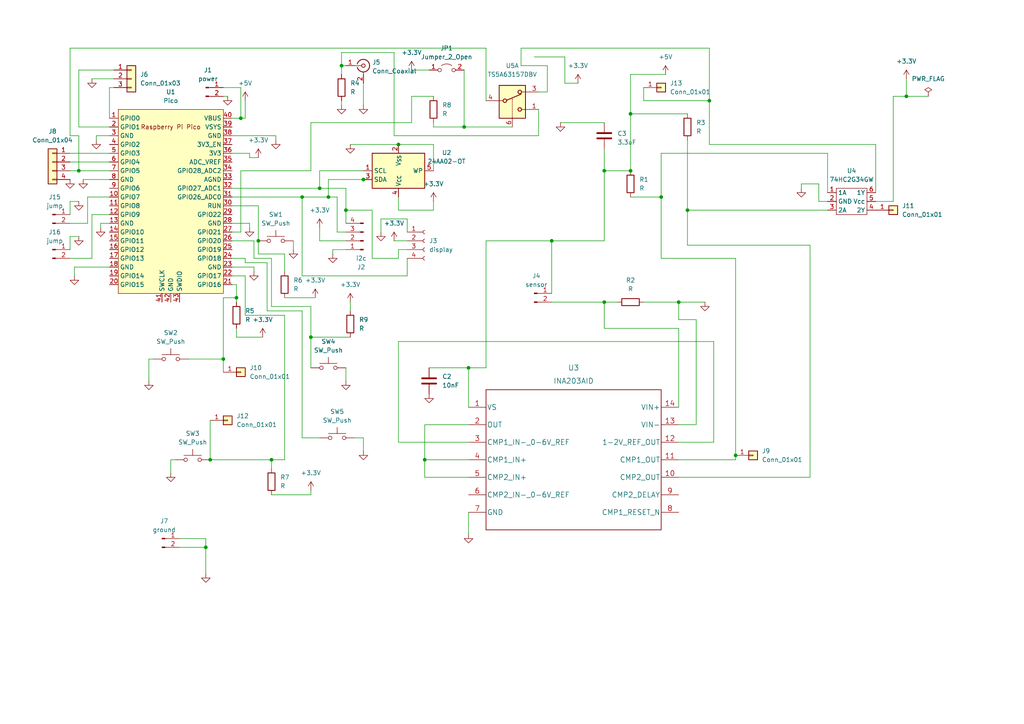
<source format=kicad_sch>
(kicad_sch (version 20230121) (generator eeschema)
  (paper "A4")
  (lib_symbols
    (symbol "Analog_Switch:TS5A63157DBV" (pin_names (offset 0.127))
      (property "Reference" "U" (at -3.175 4.699 0))
      (property "Value" "TS5A63157DBV" (at -3.175 2.921 0))
      (symbol "TS5A63157DBV_1_1"
        (rectangle (start -3.81 1.905) (end 3.81 -7.62) (stroke (width 0.254)) (fill (type background)))
        (circle (center -2.159 -2.54) (radius 0.508) (stroke (width 0.254)))
        (polyline (pts (xy -5.08 -2.54) (xy -2.794 -2.54)))
        (polyline (pts (xy -1.651 -2.413) (xy 2.54 -0.635)) (stroke (width 0.254)))
        (polyline (pts (xy 0 -7.62) (xy 0 -7.112)))
        (polyline (pts (xy 0 -6.858) (xy 0 -6.604)))
        (polyline (pts (xy 0 -6.35) (xy 0 -6.096)))
        (polyline (pts (xy 0 -5.842) (xy 0 -5.588)))
        (polyline (pts (xy 0 -5.334) (xy 0 -5.08)))
        (polyline (pts (xy 0 -4.826) (xy 0 -4.572)))
        (polyline (pts (xy 0 -4.318) (xy 0 -4.064)))
        (polyline (pts (xy 0 -3.81) (xy 0 -3.556)))
        (polyline (pts (xy 0 -3.302) (xy 0 -3.048)))
        (polyline (pts (xy 0 -2.794) (xy 0 -2.54)))
        (polyline (pts (xy 0 -2.286) (xy 0 -2.032)))
        (polyline (pts (xy 0 -2.286) (xy 0 -2.032)))
        (polyline (pts (xy 5.08 -5.08) (xy 2.794 -5.08)))
        (polyline (pts (xy 5.08 0) (xy 2.794 0)))
        (circle (center 2.159 -5.08) (radius 0.508) (stroke (width 0.254)))
        (circle (center 2.159 0) (radius 0.508) (stroke (width 0.254)))
        (pin passive line (at 7.62 -5.08 180) (length 2.54) (name "~") (number "1"))
        (pin passive line (at 7.62 0 180) (length 2.54) (name "~") (number "3"))
        (pin passive line (at -7.62 -2.54 0) (length 2.54) (name "~") (number "4"))
        (pin input line (at 0 -10.16 90) (length 2.54) (name "~") (number "6"))
      )
      (symbol "TS5A63157DBV_2_0"
        (pin power_in line (at 0 -12.7 90) (length 2.54) (name "GND") (number "2"))
        (pin power_in line (at 0 12.7 270) (length 2.54) (name "V+") (number "5"))
      )
      (symbol "TS5A63157DBV_2_1"
        (rectangle (start -3.81 10.16) (end 3.81 -10.16) (stroke (width 0.254)) (fill (type background)))
      )
    )
    (symbol "Connector:Conn_01x02_Male" (pin_names (offset 1.016) hide)
      (property "Reference" "J" (at 0 2.54 0))
      (property "Value" "Conn_01x02_Male" (at 0 -5.08 0))
      (symbol "Conn_01x02_Male_1_1"
        (polyline (pts (xy 1.27 -2.54) (xy 0.8636 -2.54)) (stroke (width 0.1524)))
        (polyline (pts (xy 1.27 0) (xy 0.8636 0)) (stroke (width 0.1524)))
        (rectangle (start 0.8636 -2.413) (end 0 -2.667) (stroke (width 0.1524)) (fill (type outline)))
        (rectangle (start 0.8636 0.127) (end 0 -0.127) (stroke (width 0.1524)) (fill (type outline)))
        (pin passive line (at 5.08 0 180) (length 3.81) (name "Pin_1") (number "1"))
        (pin passive line (at 5.08 -2.54 180) (length 3.81) (name "Pin_2") (number "2"))
      )
    )
    (symbol "Connector:Conn_01x04_Female" (pin_names (offset 1.016) hide)
      (property "Reference" "J" (at 0 5.08 0))
      (property "Value" "Conn_01x04_Female" (at 0 -7.62 0))
      (symbol "Conn_01x04_Female_1_1"
        (arc (start 0 -4.572) (mid -0.5058 -5.08) (end 0 -5.588) (stroke (width 0.1524)))
        (arc (start 0 -2.032) (mid -0.5058 -2.54) (end 0 -3.048) (stroke (width 0.1524)))
        (polyline (pts (xy -1.27 -5.08) (xy -0.508 -5.08)) (stroke (width 0.1524)))
        (polyline (pts (xy -1.27 -2.54) (xy -0.508 -2.54)) (stroke (width 0.1524)))
        (polyline (pts (xy -1.27 0) (xy -0.508 0)) (stroke (width 0.1524)))
        (polyline (pts (xy -1.27 2.54) (xy -0.508 2.54)) (stroke (width 0.1524)))
        (arc (start 0 0.508) (mid -0.5058 0) (end 0 -0.508) (stroke (width 0.1524)))
        (arc (start 0 3.048) (mid -0.5058 2.54) (end 0 2.032) (stroke (width 0.1524)))
        (pin passive line (at -5.08 2.54 0) (length 3.81) (name "Pin_1") (number "1"))
        (pin passive line (at -5.08 0 0) (length 3.81) (name "Pin_2") (number "2"))
        (pin passive line (at -5.08 -2.54 0) (length 3.81) (name "Pin_3") (number "3"))
        (pin passive line (at -5.08 -5.08 0) (length 3.81) (name "Pin_4") (number "4"))
      )
    )
    (symbol "Connector:Conn_01x04_Male" (pin_names (offset 1.016) hide)
      (property "Reference" "J" (at 0 5.08 0))
      (property "Value" "Conn_01x04_Male" (at 0 -7.62 0))
      (symbol "Conn_01x04_Male_1_1"
        (polyline (pts (xy 1.27 -5.08) (xy 0.8636 -5.08)) (stroke (width 0.1524)))
        (polyline (pts (xy 1.27 -2.54) (xy 0.8636 -2.54)) (stroke (width 0.1524)))
        (polyline (pts (xy 1.27 0) (xy 0.8636 0)) (stroke (width 0.1524)))
        (polyline (pts (xy 1.27 2.54) (xy 0.8636 2.54)) (stroke (width 0.1524)))
        (rectangle (start 0.8636 -4.953) (end 0 -5.207) (stroke (width 0.1524)) (fill (type outline)))
        (rectangle (start 0.8636 -2.413) (end 0 -2.667) (stroke (width 0.1524)) (fill (type outline)))
        (rectangle (start 0.8636 0.127) (end 0 -0.127) (stroke (width 0.1524)) (fill (type outline)))
        (rectangle (start 0.8636 2.667) (end 0 2.413) (stroke (width 0.1524)) (fill (type outline)))
        (pin passive line (at 5.08 2.54 180) (length 3.81) (name "Pin_1") (number "1"))
        (pin passive line (at 5.08 0 180) (length 3.81) (name "Pin_2") (number "2"))
        (pin passive line (at 5.08 -2.54 180) (length 3.81) (name "Pin_3") (number "3"))
        (pin passive line (at 5.08 -5.08 180) (length 3.81) (name "Pin_4") (number "4"))
      )
    )
    (symbol "Connector:Conn_Coaxial" (pin_names (offset 1.016) hide)
      (property "Reference" "J" (at 0.254 3.048 0))
      (property "Value" "Conn_Coaxial" (at 2.921 0 90))
      (symbol "Conn_Coaxial_0_1"
        (arc (start -1.778 -0.508) (mid 0.2311 -1.8066) (end 1.778 0) (stroke (width 0.254)))
        (polyline (pts (xy -2.54 0) (xy -0.508 0)))
        (polyline (pts (xy 0 -2.54) (xy 0 -1.778)))
        (circle (center 0 0) (radius 0.508) (stroke (width 0.2032)))
        (arc (start 1.778 0) (mid 0.2099 1.8101) (end -1.778 0.508) (stroke (width 0.254)))
      )
      (symbol "Conn_Coaxial_1_1"
        (pin passive line (at -5.08 0 0) (length 2.54) (name "In") (number "1"))
        (pin passive line (at 0 -5.08 90) (length 2.54) (name "Ext") (number "2"))
      )
    )
    (symbol "Connector_Generic:Conn_01x01" (pin_names (offset 1.016) hide)
      (property "Reference" "J" (at 0 2.54 0))
      (property "Value" "Conn_01x01" (at 0 -2.54 0))
      (symbol "Conn_01x01_1_1"
        (rectangle (start -1.27 0.127) (end 0 -0.127) (stroke (width 0.1524)))
        (rectangle (start -1.27 1.27) (end 1.27 -1.27) (stroke (width 0.254)) (fill (type background)))
        (pin passive line (at -5.08 0 0) (length 3.81) (name "Pin_1") (number "1"))
      )
    )
    (symbol "Connector_Generic:Conn_01x03" (pin_names (offset 1.016) hide)
      (property "Reference" "J" (at 0 5.08 0))
      (property "Value" "Conn_01x03" (at 0 -5.08 0))
      (symbol "Conn_01x03_1_1"
        (rectangle (start -1.27 -2.413) (end 0 -2.667) (stroke (width 0.1524)))
        (rectangle (start -1.27 0.127) (end 0 -0.127) (stroke (width 0.1524)))
        (rectangle (start -1.27 2.667) (end 0 2.413) (stroke (width 0.1524)))
        (rectangle (start -1.27 3.81) (end 1.27 -3.81) (stroke (width 0.254)) (fill (type background)))
        (pin passive line (at -5.08 2.54 0) (length 3.81) (name "Pin_1") (number "1"))
        (pin passive line (at -5.08 0 0) (length 3.81) (name "Pin_2") (number "2"))
        (pin passive line (at -5.08 -2.54 0) (length 3.81) (name "Pin_3") (number "3"))
      )
    )
    (symbol "Connector_Generic:Conn_01x04" (pin_names (offset 1.016) hide)
      (property "Reference" "J" (at 0 5.08 0))
      (property "Value" "Conn_01x04" (at 0 -7.62 0))
      (symbol "Conn_01x04_1_1"
        (rectangle (start -1.27 -4.953) (end 0 -5.207) (stroke (width 0.1524)))
        (rectangle (start -1.27 -2.413) (end 0 -2.667) (stroke (width 0.1524)))
        (rectangle (start -1.27 0.127) (end 0 -0.127) (stroke (width 0.1524)))
        (rectangle (start -1.27 2.667) (end 0 2.413) (stroke (width 0.1524)))
        (rectangle (start -1.27 3.81) (end 1.27 -6.35) (stroke (width 0.254)) (fill (type background)))
        (pin passive line (at -5.08 2.54 0) (length 3.81) (name "Pin_1") (number "1"))
        (pin passive line (at -5.08 0 0) (length 3.81) (name "Pin_2") (number "2"))
        (pin passive line (at -5.08 -2.54 0) (length 3.81) (name "Pin_3") (number "3"))
        (pin passive line (at -5.08 -5.08 0) (length 3.81) (name "Pin_4") (number "4"))
      )
    )
    (symbol "Device:C" (pin_numbers hide) (pin_names (offset 0.254))
      (property "Reference" "C" (at 0.635 2.54 0))
      (property "Value" "C" (at 0.635 -2.54 0))
      (symbol "C_0_1"
        (polyline (pts (xy -2.032 -0.762) (xy 2.032 -0.762)) (stroke (width 0.508)))
        (polyline (pts (xy -2.032 0.762) (xy 2.032 0.762)) (stroke (width 0.508)))
      )
      (symbol "C_1_1"
        (pin passive line (at 0 3.81 270) (length 2.794) (name "~") (number "1"))
        (pin passive line (at 0 -3.81 90) (length 2.794) (name "~") (number "2"))
      )
    )
    (symbol "Device:R" (pin_numbers hide) (pin_names (offset 0))
      (property "Reference" "R" (at 2.032 0 90))
      (property "Value" "R" (at 0 0 90))
      (symbol "R_0_1"
        (rectangle (start -1.016 -2.54) (end 1.016 2.54) (stroke (width 0.254)))
      )
      (symbol "R_1_1"
        (pin passive line (at 0 3.81 270) (length 1.27) (name "~") (number "1"))
        (pin passive line (at 0 -3.81 90) (length 1.27) (name "~") (number "2"))
      )
    )
    (symbol "INA203AID:INA203AID" (pin_names (offset 0.254))
      (property "Reference" "U" (at 0 2.54 0))
      (property "Value" "INA203AID" (at 0 0 0))
      (symbol "INA203AID_1_1"
        (polyline (pts (xy -25.4 -20.32) (xy 25.4 -20.32)) (stroke (width 0.2032)))
        (polyline (pts (xy -25.4 20.32) (xy -25.4 -20.32)) (stroke (width 0.2032)))
        (polyline (pts (xy 25.4 -20.32) (xy 25.4 20.32)) (stroke (width 0.2032)))
        (polyline (pts (xy 25.4 20.32) (xy -25.4 20.32)) (stroke (width 0.2032)))
        (pin power_in line (at -30.48 15.24 0) (length 5.08) (name "VS") (number "1"))
        (pin output line (at 30.48 -5.08 180) (length 5.08) (name "CMP2_OUT") (number "10"))
        (pin output line (at 30.48 0 180) (length 5.08) (name "CMP1_OUT") (number "11"))
        (pin power_in line (at 30.48 5.08 180) (length 5.08) (name "1-2V_REF_OUT") (number "12"))
        (pin input line (at 30.48 10.16 180) (length 5.08) (name "VIN-") (number "13"))
        (pin input line (at 30.48 15.24 180) (length 5.08) (name "VIN+") (number "14"))
        (pin output line (at -30.48 10.16 0) (length 5.08) (name "OUT") (number "2"))
        (pin input line (at -30.48 5.08 0) (length 5.08) (name "CMP1_IN-_0-6V_REF") (number "3"))
        (pin input line (at -30.48 0 0) (length 5.08) (name "CMP1_IN+") (number "4"))
        (pin input line (at -30.48 -5.08 0) (length 5.08) (name "CMP2_IN+") (number "5"))
        (pin input line (at -30.48 -10.16 0) (length 5.08) (name "CMP2_IN-_0-6V_REF") (number "6"))
        (pin power_in line (at -30.48 -15.24 0) (length 5.08) (name "GND") (number "7"))
        (pin input line (at 30.48 -15.24 180) (length 5.08) (name "CMP1_RESET_N") (number "8"))
        (pin input line (at 30.48 -10.16 180) (length 5.08) (name "CMP2_DELAY") (number "9"))
      )
    )
    (symbol "Jumper:Jumper_2_Open" (pin_names (offset 0) hide)
      (property "Reference" "JP" (at 0 2.794 0))
      (property "Value" "Jumper_2_Open" (at 0 -2.286 0))
      (symbol "Jumper_2_Open_0_0"
        (circle (center -2.032 0) (radius 0.508))
        (circle (center 2.032 0) (radius 0.508))
      )
      (symbol "Jumper_2_Open_0_1"
        (arc (start 1.524 1.27) (mid 0 1.778) (end -1.524 1.27))
      )
      (symbol "Jumper_2_Open_1_1"
        (pin passive line (at -5.08 0 0) (length 2.54) (name "A") (number "1"))
        (pin passive line (at 5.08 0 180) (length 2.54) (name "B") (number "2"))
      )
    )
    (symbol "MCU_RaspberryPi_and_Boards:Pico"
      (property "Reference" "U" (at -13.97 27.94 0))
      (property "Value" "Pico" (at 0 19.05 0))
      (symbol "Pico_0_0"
        (text "Raspberry Pi Pico" (at 0 21.59 0) (effects (font (size 1.27 1.27))))
      )
      (symbol "Pico_0_1"
        (rectangle (start -15.24 26.67) (end 15.24 -26.67) (fill (type background)))
      )
      (symbol "Pico_1_1"
        (pin bidirectional line (at -17.78 24.13 0) (length 2.54) (name "GPIO0") (number "1"))
        (pin bidirectional line (at -17.78 1.27 0) (length 2.54) (name "GPIO7") (number "10"))
        (pin bidirectional line (at -17.78 -1.27 0) (length 2.54) (name "GPIO8") (number "11"))
        (pin bidirectional line (at -17.78 -3.81 0) (length 2.54) (name "GPIO9") (number "12"))
        (pin power_in line (at -17.78 -6.35 0) (length 2.54) (name "GND") (number "13"))
        (pin bidirectional line (at -17.78 -8.89 0) (length 2.54) (name "GPIO10") (number "14"))
        (pin bidirectional line (at -17.78 -11.43 0) (length 2.54) (name "GPIO11") (number "15"))
        (pin bidirectional line (at -17.78 -13.97 0) (length 2.54) (name "GPIO12") (number "16"))
        (pin bidirectional line (at -17.78 -16.51 0) (length 2.54) (name "GPIO13") (number "17"))
        (pin power_in line (at -17.78 -19.05 0) (length 2.54) (name "GND") (number "18"))
        (pin bidirectional line (at -17.78 -21.59 0) (length 2.54) (name "GPIO14") (number "19"))
        (pin bidirectional line (at -17.78 21.59 0) (length 2.54) (name "GPIO1") (number "2"))
        (pin bidirectional line (at -17.78 -24.13 0) (length 2.54) (name "GPIO15") (number "20"))
        (pin bidirectional line (at 17.78 -24.13 180) (length 2.54) (name "GPIO16") (number "21"))
        (pin bidirectional line (at 17.78 -21.59 180) (length 2.54) (name "GPIO17") (number "22"))
        (pin power_in line (at 17.78 -19.05 180) (length 2.54) (name "GND") (number "23"))
        (pin bidirectional line (at 17.78 -16.51 180) (length 2.54) (name "GPIO18") (number "24"))
        (pin bidirectional line (at 17.78 -13.97 180) (length 2.54) (name "GPIO19") (number "25"))
        (pin bidirectional line (at 17.78 -11.43 180) (length 2.54) (name "GPIO20") (number "26"))
        (pin bidirectional line (at 17.78 -8.89 180) (length 2.54) (name "GPIO21") (number "27"))
        (pin power_in line (at 17.78 -6.35 180) (length 2.54) (name "GND") (number "28"))
        (pin bidirectional line (at 17.78 -3.81 180) (length 2.54) (name "GPIO22") (number "29"))
        (pin power_in line (at -17.78 19.05 0) (length 2.54) (name "GND") (number "3"))
        (pin input line (at 17.78 -1.27 180) (length 2.54) (name "RUN") (number "30"))
        (pin bidirectional line (at 17.78 1.27 180) (length 2.54) (name "GPIO26_ADC0") (number "31"))
        (pin bidirectional line (at 17.78 3.81 180) (length 2.54) (name "GPIO27_ADC1") (number "32"))
        (pin power_in line (at 17.78 6.35 180) (length 2.54) (name "AGND") (number "33"))
        (pin bidirectional line (at 17.78 8.89 180) (length 2.54) (name "GPIO28_ADC2") (number "34"))
        (pin power_in line (at 17.78 11.43 180) (length 2.54) (name "ADC_VREF") (number "35"))
        (pin power_in line (at 17.78 13.97 180) (length 2.54) (name "3V3") (number "36"))
        (pin input line (at 17.78 16.51 180) (length 2.54) (name "3V3_EN") (number "37"))
        (pin bidirectional line (at 17.78 19.05 180) (length 2.54) (name "GND") (number "38"))
        (pin power_in line (at 17.78 21.59 180) (length 2.54) (name "VSYS") (number "39"))
        (pin bidirectional line (at -17.78 16.51 0) (length 2.54) (name "GPIO2") (number "4"))
        (pin power_in line (at 17.78 24.13 180) (length 2.54) (name "VBUS") (number "40"))
        (pin input line (at -2.54 -29.21 90) (length 2.54) (name "SWCLK") (number "41"))
        (pin power_in line (at 0 -29.21 90) (length 2.54) (name "GND") (number "42"))
        (pin bidirectional line (at 2.54 -29.21 90) (length 2.54) (name "SWDIO") (number "43"))
        (pin bidirectional line (at -17.78 13.97 0) (length 2.54) (name "GPIO3") (number "5"))
        (pin bidirectional line (at -17.78 11.43 0) (length 2.54) (name "GPIO4") (number "6"))
        (pin bidirectional line (at -17.78 8.89 0) (length 2.54) (name "GPIO5") (number "7"))
        (pin power_in line (at -17.78 6.35 0) (length 2.54) (name "GND") (number "8"))
        (pin bidirectional line (at -17.78 3.81 0) (length 2.54) (name "GPIO6") (number "9"))
      )
    )
    (symbol "Memory_EEPROM:24AA02-OT"
      (property "Reference" "U" (at -7.62 6.35 0))
      (property "Value" "24AA02-OT" (at 2.54 -6.35 0))
      (symbol "24AA02-OT_1_1"
        (rectangle (start -7.62 5.08) (end 7.62 -5.08) (stroke (width 0.254)) (fill (type background)))
        (pin input line (at 10.16 0 180) (length 2.54) (name "SCL") (number "1"))
        (pin power_in line (at 0 -7.62 90) (length 2.54) (name "V_{SS}") (number "2"))
        (pin bidirectional line (at 10.16 2.54 180) (length 2.54) (name "SDA") (number "3"))
        (pin power_in line (at 0 7.62 270) (length 2.54) (name "V_{CC}") (number "4"))
        (pin input line (at -10.16 0 0) (length 2.54) (name "WP") (number "5"))
      )
    )
    (symbol "Switch:SW_Push" (pin_numbers hide) (pin_names (offset 1.016) hide)
      (property "Reference" "SW" (at 1.27 2.54 0))
      (property "Value" "SW_Push" (at 0 -1.524 0))
      (symbol "SW_Push_0_1"
        (circle (center -2.032 0) (radius 0.508))
        (polyline (pts (xy 0 1.27) (xy 0 3.048)))
        (polyline (pts (xy 2.54 1.27) (xy -2.54 1.27)))
        (circle (center 2.032 0) (radius 0.508))
        (pin passive line (at -5.08 0 0) (length 2.54) (name "1") (number "1"))
        (pin passive line (at 5.08 0 180) (length 2.54) (name "2") (number "2"))
      )
    )
    (symbol "power:+3.3V" (power) (pin_names (offset 0))
      (property "Value" "+3.3V" (at 0 3.556 0))
      (symbol "+3.3V_0_1"
        (polyline (pts (xy -0.762 1.27) (xy 0 2.54)))
        (polyline (pts (xy 0 0) (xy 0 2.54)))
        (polyline (pts (xy 0 2.54) (xy 0.762 1.27)))
      )
      (symbol "+3.3V_1_1"
        (pin power_in line (at 0 0 90) (length 0) hide (name "+3.3V") (number "1"))
      )
    )
    (symbol "power:+5V" (power) (pin_names (offset 0))
      (property "Value" "+5V" (at 0 3.556 0))
      (symbol "+5V_0_1"
        (polyline (pts (xy -0.762 1.27) (xy 0 2.54)))
        (polyline (pts (xy 0 0) (xy 0 2.54)))
        (polyline (pts (xy 0 2.54) (xy 0.762 1.27)))
      )
      (symbol "+5V_1_1"
        (pin power_in line (at 0 0 90) (length 0) hide (name "+5V") (number "1"))
      )
    )
    (symbol "power:GND" (power) (pin_names (offset 0))
      (property "Value" "GND" (at 0 -3.81 0))
      (symbol "GND_0_1"
        (polyline (pts (xy 0 0) (xy 0 -1.27) (xy 1.27 -1.27) (xy 0 -2.54) (xy -1.27 -1.27) (xy 0 -1.27)))
      )
      (symbol "GND_1_1"
        (pin power_in line (at 0 0 270) (length 0) hide (name "GND") (number "1"))
      )
    )
    (symbol "power:PWR_FLAG" (power) (pin_numbers hide) (pin_names (offset 0) hide)
      (property "Value" "PWR_FLAG" (at 0 3.81 0))
      (symbol "PWR_FLAG_0_0"
        (pin power_out line (at 0 0 90) (length 0) (name "pwr") (number "1"))
      )
      (symbol "PWR_FLAG_0_1"
        (polyline (pts (xy 0 0) (xy 0 1.27) (xy -1.016 1.905) (xy 0 2.54) (xy 1.016 1.905) (xy 0 1.27)))
      )
    )
    (symbol "z_proj_parts:74HC2G34GW"
      (property "Reference" "U" (at 7.62 2.54 0))
      (property "Value" "74HC2G34GW" (at 6.35 -7.62 0))
      (symbol "74HC2G34GW_0_1"
        (rectangle (start 2.54 1.27) (end 11.43 -6.35))
      )
      (symbol "74HC2G34GW_1_1"
        (pin input line (at 0 0 0) (length 2.54) (name "1A") (number "1"))
        (pin power_in line (at 0 -2.54 0) (length 2.54) (name "GND") (number "2"))
        (pin input line (at 0 -5.08 0) (length 2.54) (name "2A") (number "3"))
        (pin output line (at 13.97 -5.08 180) (length 2.54) (name "2Y") (number "4"))
        (pin power_in line (at 13.97 -2.54 180) (length 2.54) (name "Vcc") (number "5"))
        (pin output line (at 13.97 0 180) (length 2.54) (name "1Y") (number "6"))
      )
    )
  )
  (junction (at 134.62 36.83))
  (junction (at 262.89 27.94))
  (junction (at 74.93 69.85))
  (junction (at 95.25 57.15))
  (junction (at 100.33 60.96))
  (junction (at 160.02 69.85))
  (junction (at 69.85 34.29))
  (junction (at 78.74 133.35))
  (junction (at 59.69 158.75))
  (junction (at 196.85 87.63))
  (junction (at 105.41 52.07))
  (junction (at 182.88 33.02))
  (junction (at 68.58 86.36))
  (junction (at 92.71 54.61))
  (junction (at 90.17 97.79))
  (junction (at 205.74 29.21))
  (junction (at 199.39 60.96))
  (junction (at 191.77 57.15))
  (junction (at 175.26 87.63))
  (junction (at 60.96 133.35))
  (junction (at 99.06 19.05))
  (junction (at 213.36 132.08))
  (junction (at 135.89 106.68))
  (junction (at 87.63 57.15))
  (junction (at 175.26 49.53))
  (junction (at 115.57 41.91))
  (junction (at 123.19 133.35))
  (junction (at 64.77 104.14))
  (junction (at 182.88 49.53))
  (junction (at 22.86 49.53))
  (wire (pts (xy 71.12 91.44) (xy 71.12 80.01)))
  (wire (pts (xy 92.71 69.85) (xy 92.71 66.04)))
  (wire (pts (xy 87.63 90.17) (xy 87.63 127)))
  (wire (pts (xy 72.39 45.72) (xy 74.93 45.72)))
  (wire (pts (xy 123.19 123.19) (xy 123.19 133.35)))
  (wire (pts (xy 118.11 63.5) (xy 110.49 63.5)))
  (wire (pts (xy 95.25 52.07) (xy 95.25 57.15)))
  (wire (pts (xy 68.58 97.79) (xy 76.2 97.79)))
  (wire (pts (xy 77.47 76.2) (xy 77.47 90.17)))
  (wire (pts (xy 97.79 57.15) (xy 97.79 67.31)))
  (wire (pts (xy 90.17 88.9) (xy 90.17 97.79)))
  (wire (pts (xy 100.33 54.61) (xy 100.33 60.96)))
  (wire (pts (xy 156.21 31.75) (xy 156.21 39.37)))
  (wire (pts (xy 26.67 74.93) (xy 26.67 62.23)))
  (wire (pts (xy 115.57 72.39) (xy 115.57 74.93)))
  (wire (pts (xy 49.53 133.35) (xy 49.53 137.16)))
  (wire (pts (xy 90.17 97.79) (xy 90.17 106.68)))
  (wire (pts (xy 82.55 73.66) (xy 82.55 78.74)))
  (wire (pts (xy 80.01 39.37) (xy 80.01 40.64)))
  (wire (pts (xy 71.12 76.2) (xy 77.47 76.2)))
  (wire (pts (xy 67.31 64.77) (xy 72.39 64.77)))
  (wire (pts (xy 140.97 69.85) (xy 140.97 106.68)))
  (wire (pts (xy 87.63 80.01) (xy 87.63 57.15)))
  (wire (pts (xy 196.85 95.25) (xy 175.26 95.25)))
  (wire (pts (xy 67.31 39.37) (xy 80.01 39.37)))
  (wire (pts (xy 125.73 49.53) (xy 125.73 41.91)))
  (wire (pts (xy 99.06 21.59) (xy 99.06 19.05)))
  (wire (pts (xy 20.32 72.39) (xy 20.32 68.58)))
  (wire (pts (xy 67.31 67.31) (xy 69.85 67.31)))
  (wire (pts (xy 237.49 53.34) (xy 237.49 58.42)))
  (wire (pts (xy 27.94 39.37) (xy 27.94 40.64)))
  (wire (pts (xy 52.07 156.21) (xy 59.69 156.21)))
  (wire (pts (xy 67.31 74.93) (xy 71.12 74.93)))
  (wire (pts (xy 105.41 52.07) (xy 95.25 52.07)))
  (wire (pts (xy 119.38 20.32) (xy 124.46 20.32)))
  (wire (pts (xy 162.56 35.56) (xy 175.26 35.56)))
  (wire (pts (xy 140.97 29.21) (xy 140.97 13.97)))
  (wire (pts (xy 60.96 121.92) (xy 60.96 133.35)))
  (wire (pts (xy 205.74 13.97) (xy 205.74 29.21)))
  (wire (pts (xy 71.12 74.93) (xy 71.12 76.2)))
  (wire (pts (xy 119.38 27.94) (xy 125.73 27.94)))
  (wire (pts (xy 115.57 128.27) (xy 135.89 128.27)))
  (wire (pts (xy 196.85 138.43) (xy 234.95 138.43)))
  (wire (pts (xy 26.67 22.86) (xy 33.02 22.86)))
  (wire (pts (xy 154.94 16.51) (xy 163.83 16.51)))
  (wire (pts (xy 191.77 57.15) (xy 191.77 44.45)))
  (wire (pts (xy 29.21 64.77) (xy 29.21 66.04)))
  (wire (pts (xy 182.88 33.02) (xy 182.88 49.53)))
  (wire (pts (xy 78.74 74.93) (xy 78.74 88.9)))
  (wire (pts (xy 59.69 156.21) (xy 59.69 158.75)))
  (wire (pts (xy 105.41 24.13) (xy 105.41 30.48)))
  (wire (pts (xy 213.36 74.93) (xy 213.36 132.08)))
  (wire (pts (xy 135.89 123.19) (xy 123.19 123.19)))
  (wire (pts (xy 105.41 127) (xy 105.41 130.81)))
  (wire (pts (xy 125.73 35.56) (xy 125.73 36.83)))
  (wire (pts (xy 175.26 49.53) (xy 175.26 69.85)))
  (wire (pts (xy 118.11 63.5) (xy 118.11 67.31)))
  (wire (pts (xy 67.31 82.55) (xy 68.58 82.55)))
  (wire (pts (xy 160.02 69.85) (xy 160.02 85.09)))
  (wire (pts (xy 52.07 158.75) (xy 59.69 158.75)))
  (wire (pts (xy 74.93 69.85) (xy 74.93 73.66)))
  (wire (pts (xy 101.6 41.91) (xy 115.57 41.91)))
  (wire (pts (xy 115.57 74.93) (xy 107.95 74.93)))
  (wire (pts (xy 100.33 60.96) (xy 100.33 64.77)))
  (wire (pts (xy 123.19 133.35) (xy 135.89 133.35)))
  (wire (pts (xy 207.01 128.27) (xy 196.85 128.27)))
  (wire (pts (xy 67.31 69.85) (xy 73.66 69.85)))
  (wire (pts (xy 118.11 72.39) (xy 115.57 72.39)))
  (wire (pts (xy 196.85 87.63) (xy 204.47 87.63)))
  (wire (pts (xy 20.32 46.99) (xy 31.75 46.99)))
  (wire (pts (xy 82.55 86.36) (xy 91.44 86.36)))
  (wire (pts (xy 20.32 39.37) (xy 22.86 39.37)))
  (wire (pts (xy 20.32 74.93) (xy 26.67 74.93)))
  (wire (pts (xy 20.32 13.97) (xy 20.32 39.37)))
  (wire (pts (xy 114.3 69.85) (xy 118.11 69.85)))
  (wire (pts (xy 25.4 64.77) (xy 25.4 57.15)))
  (wire (pts (xy 72.39 44.45) (xy 72.39 45.72)))
  (wire (pts (xy 107.95 60.96) (xy 107.95 74.93)))
  (wire (pts (xy 64.77 27.94) (xy 66.04 27.94)))
  (wire (pts (xy 78.74 143.51) (xy 90.17 143.51)))
  (wire (pts (xy 118.11 80.01) (xy 87.63 80.01)))
  (wire (pts (xy 232.41 54.61) (xy 232.41 53.34)))
  (wire (pts (xy 99.06 15.24) (xy 99.06 19.05)))
  (wire (pts (xy 234.95 138.43) (xy 234.95 71.12)))
  (wire (pts (xy 82.55 91.44) (xy 71.12 91.44)))
  (wire (pts (xy 213.36 132.08) (xy 213.36 133.35)))
  (wire (pts (xy 78.74 133.35) (xy 82.55 133.35)))
  (wire (pts (xy 87.63 57.15) (xy 95.25 57.15)))
  (wire (pts (xy 31.75 39.37) (xy 27.94 39.37)))
  (wire (pts (xy 59.69 158.75) (xy 59.69 166.37)))
  (wire (pts (xy 234.95 71.12) (xy 199.39 71.12)))
  (wire (pts (xy 44.45 104.14) (xy 43.18 104.14)))
  (wire (pts (xy 71.12 80.01) (xy 67.31 80.01)))
  (wire (pts (xy 99.06 29.21) (xy 99.06 30.48)))
  (wire (pts (xy 205.74 41.91) (xy 254 41.91)))
  (wire (pts (xy 100.33 69.85) (xy 92.71 69.85)))
  (wire (pts (xy 125.73 36.83) (xy 134.62 36.83)))
  (wire (pts (xy 96.52 72.39) (xy 100.33 72.39)))
  (wire (pts (xy 125.73 41.91) (xy 115.57 41.91)))
  (wire (pts (xy 135.89 148.59) (xy 135.89 154.94)))
  (wire (pts (xy 64.77 25.4) (xy 69.85 25.4)))
  (wire (pts (xy 31.75 64.77) (xy 29.21 64.77)))
  (wire (pts (xy 163.83 16.51) (xy 163.83 24.13)))
  (wire (pts (xy 20.32 44.45) (xy 31.75 44.45)))
  (wire (pts (xy 21.59 77.47) (xy 21.59 80.01)))
  (wire (pts (xy 199.39 60.96) (xy 240.03 60.96)))
  (wire (pts (xy 67.31 44.45) (xy 72.39 44.45)))
  (wire (pts (xy 64.77 104.14) (xy 64.77 107.95)))
  (wire (pts (xy 105.41 49.53) (xy 92.71 49.53)))
  (wire (pts (xy 182.88 33.02) (xy 199.39 33.02)))
  (wire (pts (xy 205.74 13.97) (xy 151.13 13.97)))
  (wire (pts (xy 196.85 92.71) (xy 201.93 92.71)))
  (wire (pts (xy 90.17 143.51) (xy 90.17 142.24)))
  (wire (pts (xy 95.25 57.15) (xy 97.79 57.15)))
  (wire (pts (xy 54.61 104.14) (xy 64.77 104.14)))
  (wire (pts (xy 158.75 19.05) (xy 158.75 26.67)))
  (wire (pts (xy 175.26 87.63) (xy 179.07 87.63)))
  (wire (pts (xy 175.26 95.25) (xy 175.26 87.63)))
  (wire (pts (xy 191.77 74.93) (xy 191.77 57.15)))
  (wire (pts (xy 160.02 87.63) (xy 175.26 87.63)))
  (wire (pts (xy 182.88 57.15) (xy 191.77 57.15)))
  (wire (pts (xy 20.32 64.77) (xy 25.4 64.77)))
  (wire (pts (xy 77.47 90.17) (xy 87.63 90.17)))
  (wire (pts (xy 68.58 86.36) (xy 68.58 87.63)))
  (wire (pts (xy 31.75 52.07) (xy 24.13 52.07)))
  (wire (pts (xy 114.3 39.37) (xy 114.3 15.24)))
  (wire (pts (xy 22.86 20.32) (xy 22.86 36.83)))
  (wire (pts (xy 158.75 26.67) (xy 156.21 26.67)))
  (wire (pts (xy 87.63 127) (xy 92.71 127)))
  (wire (pts (xy 72.39 64.77) (xy 72.39 66.04)))
  (wire (pts (xy 119.38 35.56) (xy 119.38 27.94)))
  (wire (pts (xy 67.31 54.61) (xy 92.71 54.61)))
  (wire (pts (xy 106.68 52.07) (xy 105.41 52.07)))
  (wire (pts (xy 107.95 60.96) (xy 100.33 60.96)))
  (wire (pts (xy 254 55.88) (xy 254 41.91)))
  (wire (pts (xy 115.57 128.27) (xy 115.57 99.06)))
  (wire (pts (xy 67.31 34.29) (xy 69.85 34.29)))
  (wire (pts (xy 96.52 73.66) (xy 96.52 72.39)))
  (wire (pts (xy 78.74 133.35) (xy 78.74 135.89)))
  (wire (pts (xy 140.97 13.97) (xy 20.32 13.97)))
  (wire (pts (xy 90.17 97.79) (xy 101.6 97.79)))
  (wire (pts (xy 151.13 13.97) (xy 151.13 19.05)))
  (wire (pts (xy 74.93 73.66) (xy 82.55 73.66)))
  (wire (pts (xy 199.39 40.64) (xy 199.39 60.96)))
  (wire (pts (xy 115.57 60.96) (xy 125.73 60.96)))
  (wire (pts (xy 213.36 74.93) (xy 191.77 74.93)))
  (wire (pts (xy 259.08 27.94) (xy 259.08 58.42)))
  (wire (pts (xy 74.93 69.85) (xy 74.93 59.69)))
  (wire (pts (xy 92.71 54.61) (xy 100.33 54.61)))
  (wire (pts (xy 201.93 123.19) (xy 196.85 123.19)))
  (wire (pts (xy 175.26 49.53) (xy 182.88 49.53)))
  (wire (pts (xy 60.96 133.35) (xy 78.74 133.35)))
  (wire (pts (xy 196.85 118.11) (xy 196.85 95.25)))
  (wire (pts (xy 163.83 24.13) (xy 167.64 24.13)))
  (wire (pts (xy 240.03 55.88) (xy 240.03 44.45)))
  (wire (pts (xy 123.19 133.35) (xy 123.19 138.43)))
  (wire (pts (xy 124.46 106.68) (xy 135.89 106.68)))
  (wire (pts (xy 175.26 43.18) (xy 175.26 49.53)))
  (wire (pts (xy 205.74 29.21) (xy 205.74 41.91)))
  (wire (pts (xy 102.87 127) (xy 105.41 127)))
  (wire (pts (xy 100.33 106.68) (xy 100.33 110.49)))
  (wire (pts (xy 135.89 106.68) (xy 135.89 118.11)))
  (wire (pts (xy 207.01 99.06) (xy 207.01 128.27)))
  (wire (pts (xy 90.17 35.56) (xy 119.38 35.56)))
  (wire (pts (xy 186.69 87.63) (xy 196.85 87.63)))
  (wire (pts (xy 67.31 77.47) (xy 73.66 77.47)))
  (wire (pts (xy 92.71 49.53) (xy 92.71 54.61)))
  (wire (pts (xy 20.32 68.58) (xy 22.86 68.58)))
  (wire (pts (xy 71.12 34.29) (xy 71.12 29.21)))
  (wire (pts (xy 73.66 69.85) (xy 73.66 74.93)))
  (wire (pts (xy 186.69 25.4) (xy 186.69 29.21)))
  (wire (pts (xy 196.85 87.63) (xy 196.85 92.71)))
  (wire (pts (xy 99.06 19.05) (xy 100.33 19.05)))
  (wire (pts (xy 68.58 82.55) (xy 68.58 86.36)))
  (wire (pts (xy 69.85 49.53) (xy 90.17 49.53)))
  (wire (pts (xy 148.59 36.83) (xy 134.62 36.83)))
  (wire (pts (xy 191.77 44.45) (xy 240.03 44.45)))
  (wire (pts (xy 69.85 67.31) (xy 69.85 49.53)))
  (wire (pts (xy 182.88 21.59) (xy 193.04 21.59)))
  (wire (pts (xy 78.74 88.9) (xy 90.17 88.9)))
  (wire (pts (xy 25.4 57.15) (xy 31.75 57.15)))
  (wire (pts (xy 125.73 58.42) (xy 125.73 60.96)))
  (wire (pts (xy 140.97 106.68) (xy 135.89 106.68)))
  (wire (pts (xy 43.18 104.14) (xy 43.18 110.49)))
  (wire (pts (xy 68.58 95.25) (xy 68.58 97.79)))
  (wire (pts (xy 69.85 34.29) (xy 71.12 34.29)))
  (wire (pts (xy 262.89 27.94) (xy 269.24 27.94)))
  (wire (pts (xy 123.19 138.43) (xy 135.89 138.43)))
  (wire (pts (xy 26.67 62.23) (xy 31.75 62.23)))
  (wire (pts (xy 33.02 20.32) (xy 22.86 20.32)))
  (wire (pts (xy 64.77 104.14) (xy 64.77 86.36)))
  (wire (pts (xy 115.57 57.15) (xy 115.57 60.96)))
  (wire (pts (xy 196.85 133.35) (xy 213.36 133.35)))
  (wire (pts (xy 20.32 62.23) (xy 20.32 58.42)))
  (wire (pts (xy 85.09 69.85) (xy 85.09 72.39)))
  (wire (pts (xy 69.85 25.4) (xy 69.85 34.29)))
  (wire (pts (xy 20.32 49.53) (xy 22.86 49.53)))
  (wire (pts (xy 22.86 39.37) (xy 22.86 49.53)))
  (wire (pts (xy 20.32 58.42) (xy 22.86 58.42)))
  (wire (pts (xy 31.75 34.29) (xy 31.75 25.4)))
  (wire (pts (xy 31.75 77.47) (xy 21.59 77.47)))
  (wire (pts (xy 50.8 133.35) (xy 49.53 133.35)))
  (wire (pts (xy 115.57 99.06) (xy 207.01 99.06)))
  (wire (pts (xy 151.13 19.05) (xy 158.75 19.05)))
  (wire (pts (xy 90.17 49.53) (xy 90.17 35.56)))
  (wire (pts (xy 186.69 29.21) (xy 205.74 29.21)))
  (wire (pts (xy 232.41 53.34) (xy 237.49 53.34)))
  (wire (pts (xy 31.75 49.53) (xy 22.86 49.53)))
  (wire (pts (xy 254 58.42) (xy 259.08 58.42)))
  (wire (pts (xy 262.89 27.94) (xy 262.89 22.86)))
  (wire (pts (xy 114.3 15.24) (xy 99.06 15.24)))
  (wire (pts (xy 22.86 36.83) (xy 31.75 36.83)))
  (wire (pts (xy 67.31 57.15) (xy 87.63 57.15)))
  (wire (pts (xy 97.79 67.31) (xy 100.33 67.31)))
  (wire (pts (xy 182.88 21.59) (xy 182.88 33.02)))
  (wire (pts (xy 134.62 36.83) (xy 134.62 20.32)))
  (wire (pts (xy 73.66 74.93) (xy 78.74 74.93)))
  (wire (pts (xy 101.6 87.63) (xy 101.6 90.17)))
  (wire (pts (xy 82.55 133.35) (xy 82.55 91.44)))
  (wire (pts (xy 160.02 69.85) (xy 140.97 69.85)))
  (wire (pts (xy 201.93 92.71) (xy 201.93 123.19)))
  (wire (pts (xy 259.08 27.94) (xy 262.89 27.94)))
  (wire (pts (xy 110.49 63.5) (xy 110.49 67.31)))
  (wire (pts (xy 175.26 69.85) (xy 160.02 69.85)))
  (wire (pts (xy 114.3 39.37) (xy 156.21 39.37)))
  (wire (pts (xy 31.75 25.4) (xy 33.02 25.4)))
  (wire (pts (xy 199.39 71.12) (xy 199.39 60.96)))
  (wire (pts (xy 118.11 74.93) (xy 118.11 80.01)))
  (wire (pts (xy 64.77 86.36) (xy 68.58 86.36)))
  (wire (pts (xy 237.49 58.42) (xy 240.03 58.42)))
  (wire (pts (xy 73.66 77.47) (xy 73.66 78.74)))
  (wire (pts (xy 74.93 59.69) (xy 67.31 59.69)))
  (symbol (lib_id "Device:R") (at 68.58 91.44 0) (unit 1)
    (property "Reference" "R5" (at 71.12 90.1699 0) (effects (justify left)))
    (property "Value" "R" (at 71.12 92.7099 0) (effects (justify left)))
    (property "Footprint" "Resistor_SMD:R_0805_2012Metric" (effects hide))
  )
  (symbol (lib_id "power:GND") (at 29.21 66.04 0) (unit 1)
    (property "Reference" "#PWR0118" (effects hide))
    (property "Value" "GND" (effects hide))
  )
  (symbol (lib_id "Connector_Generic:Conn_01x01") (at 69.85 107.95 0) (unit 1)
    (property "Reference" "J10" (at 72.39 106.6799 0) (effects (justify left)))
    (property "Value" "Conn_01x01" (at 72.39 109.2199 0) (effects (justify left)))
    (property "Footprint" "Connector_PinHeader_2.54mm:PinHeader_1x01_P2.54mm_Vertical" (effects hide))
  )
  (symbol (lib_id "Connector_Generic:Conn_01x01") (at 259.08 60.96 0) (unit 1)
    (property "Reference" "J11" (at 261.62 59.6899 0) (effects (justify left)))
    (property "Value" "Conn_01x01" (at 261.62 62.2299 0) (effects (justify left)))
    (property "Footprint" "Connector_PinHeader_2.54mm:PinHeader_1x01_P2.54mm_Vertical" (effects hide))
  )
  (symbol (lib_id "power:PWR_FLAG") (at 269.24 27.94 0) (unit 1)
    (property "Reference" "#FLG0101" (effects hide))
    (property "Value" "PWR_FLAG" (at 269.24 22.86 0))
  )
  (symbol (lib_id "power:+3.3V") (at 167.64 24.13 0) (unit 1)
    (property "Reference" "#PWR04" (effects hide))
    (property "Value" "+3.3V" (at 167.64 19.05 0))
  )
  (symbol (lib_id "power:+3.3V") (at 91.44 86.36 0) (unit 1)
    (property "Reference" "#PWR0127" (effects hide))
    (property "Value" "+3.3V" (at 91.44 81.28 0))
  )
  (symbol (lib_id "power:+3.3V") (at 101.6 87.63 0) (unit 1)
    (property "Reference" "#PWR06" (effects hide))
    (property "Value" "+3.3V" (at 101.6 82.55 0))
  )
  (symbol (lib_id "power:GND") (at 49.53 137.16 0) (unit 1)
    (property "Reference" "#PWR0114" (effects hide))
    (property "Value" "GND" (effects hide))
  )
  (symbol (lib_id "power:+5V") (at 193.04 21.59 0) (unit 1)
    (property "Reference" "#PWR0129" (effects hide))
    (property "Value" "+5V" (at 193.04 16.51 0))
  )
  (symbol (lib_id "Switch:SW_Push") (at 55.88 133.35 0) (unit 1)
    (property "Reference" "SW3" (at 55.88 125.73 0))
    (property "Value" "SW_Push" (at 55.88 128.27 0))
    (property "Footprint" "Button_Switch_SMD:SW_SPST_CK_RS282G05A3" (effects hide))
  )
  (symbol (lib_id "Jumper:Jumper_2_Open") (at 129.54 20.32 0) (unit 1)
    (property "Reference" "JP1" (at 129.54 13.97 0))
    (property "Value" "Jumper_2_Open" (at 129.54 16.51 0))
    (property "Footprint" "Connector_PinHeader_2.54mm:PinHeader_1x02_P2.54mm_Vertical" (effects hide))
  )
  (symbol (lib_id "power:+3.3V") (at 125.73 58.42 0) (unit 1)
    (property "Reference" "#PWR08" (effects hide))
    (property "Value" "+3.3V" (at 125.73 53.34 0))
  )
  (symbol (lib_id "Connector:Conn_01x04_Male") (at 105.41 69.85 180) (unit 1)
    (property "Reference" "J2" (at 104.775 77.47 0))
    (property "Value" "i2c" (at 104.775 74.93 0))
    (property "Footprint" "Connector_JST:JST_SH_SM04B-SRSS-TB_1x04-1MP_P1.00mm_Horizontal" (effects hide))
  )
  (symbol (lib_id "power:GND") (at 105.41 30.48 0) (unit 1)
    (property "Reference" "#PWR02" (effects hide))
    (property "Value" "GND" (effects hide))
  )
  (symbol (lib_id "power:GND") (at 80.01 40.64 0) (unit 1)
    (property "Reference" "#PWR0109" (effects hide))
    (property "Value" "GND" (effects hide))
  )
  (symbol (lib_id "power:GND") (at 21.59 80.01 0) (unit 1)
    (property "Reference" "#PWR0119" (effects hide))
    (property "Value" "GND" (effects hide))
  )
  (symbol (lib_id "power:GND") (at 72.39 66.04 0) (unit 1)
    (property "Reference" "#PWR0107" (effects hide))
    (property "Value" "GND" (effects hide))
  )
  (symbol (lib_id "power:GND") (at 73.66 78.74 0) (unit 1)
    (property "Reference" "#PWR0108" (effects hide))
    (property "Value" "GND" (effects hide))
  )
  (symbol (lib_id "Connector_Generic:Conn_01x03") (at 38.1 22.86 0) (unit 1)
    (property "Reference" "J6" (at 40.64 21.5899 0) (effects (justify left)))
    (property "Value" "Conn_01x03" (at 40.64 24.1299 0) (effects (justify left)))
    (property "Footprint" "Connector_JST:JST_SH_SM03B-SRSS-TB_1x03-1MP_P1.00mm_Horizontal" (effects hide))
  )
  (symbol (lib_id "Device:C") (at 175.26 39.37 0) (unit 1)
    (property "Reference" "C3" (at 179.07 38.735 0) (effects (justify left)))
    (property "Value" "3.3uF" (at 179.07 41.275 0) (effects (justify left)))
    (property "Footprint" "Capacitor_SMD:C_0805_2012Metric" (effects hide))
  )
  (symbol (lib_id "power:+3.3V") (at 114.3 69.85 0) (unit 1)
    (property "Reference" "#PWR0102" (effects hide))
    (property "Value" "+3.3V" (at 114.3 64.77 0))
  )
  (symbol (lib_id "power:GND") (at 101.6 41.91 0) (unit 1)
    (property "Reference" "#PWR07" (effects hide))
    (property "Value" "GND" (effects hide))
  )
  (symbol (lib_id "Connector_Generic:Conn_01x04") (at 15.24 46.99 0) (mirror y) (unit 1)
    (property "Reference" "J8" (at 15.24 38.1 0))
    (property "Value" "Conn_01x04" (at 15.24 40.64 0))
    (property "Footprint" "Connector_PinHeader_2.54mm:PinHeader_1x04_P2.54mm_Vertical" (effects hide))
  )
  (symbol (lib_id "Device:R") (at 101.6 93.98 0) (unit 1)
    (property "Reference" "R9" (at 104.14 92.7099 0) (effects (justify left)))
    (property "Value" "R" (at 104.14 95.2499 0) (effects (justify left)))
    (property "Footprint" "Resistor_SMD:R_0805_2012Metric" (effects hide))
  )
  (symbol (lib_id "Connector:Conn_01x02_Male") (at 59.69 25.4 0) (unit 1)
    (property "Reference" "J1" (at 60.325 20.32 0))
    (property "Value" "power" (at 60.325 22.86 0))
    (property "Footprint" "Connector_PinHeader_2.54mm:PinHeader_1x02_P2.54mm_Vertical" (effects hide))
  )
  (symbol (lib_id "power:GND") (at 66.04 27.94 0) (unit 1)
    (property "Reference" "#PWR0120" (effects hide))
    (property "Value" "GND" (effects hide))
  )
  (symbol (lib_id "power:GND") (at 26.67 22.86 0) (unit 1)
    (property "Reference" "#PWR0125" (effects hide))
    (property "Value" "GND" (effects hide))
  )
  (symbol (lib_id "power:GND") (at 162.56 35.56 0) (unit 1)
    (property "Reference" "#PWR0101" (effects hide))
    (property "Value" "GND" (effects hide))
  )
  (symbol (lib_id "Connector:Conn_01x02_Male") (at 15.24 62.23 0) (unit 1)
    (property "Reference" "J15" (at 15.875 57.15 0))
    (property "Value" "jump" (at 15.875 59.69 0))
    (property "Footprint" "Connector_PinHeader_2.54mm:PinHeader_1x02_P2.54mm_Vertical" (effects hide))
  )
  (symbol (lib_id "power:GND") (at 24.13 52.07 0) (unit 1)
    (property "Reference" "#PWR0117" (effects hide))
    (property "Value" "GND" (effects hide))
  )
  (symbol (lib_id "Connector:Conn_01x02_Male") (at 154.94 85.09 0) (unit 1)
    (property "Reference" "J4" (at 155.575 80.01 0))
    (property "Value" "sensor" (at 155.575 82.55 0))
    (property "Footprint" "Connector_PinHeader_2.54mm:PinHeader_1x02_P2.54mm_Vertical" (effects hide))
  )
  (symbol (lib_id "power:GND") (at 59.69 166.37 0) (unit 1)
    (property "Reference" "#PWR0130" (effects hide))
    (property "Value" "GND" (effects hide))
  )
  (symbol (lib_id "Connector:Conn_01x02_Male") (at 46.99 156.21 0) (unit 1)
    (property "Reference" "J7" (at 47.625 151.13 0))
    (property "Value" "ground" (at 47.625 153.67 0))
    (property "Footprint" "Connector_PinHeader_2.54mm:PinHeader_1x02_P2.54mm_Vertical" (effects hide))
  )
  (symbol (lib_id "power:GND") (at 100.33 110.49 0) (unit 1)
    (property "Reference" "#PWR05" (effects hide))
    (property "Value" "GND" (effects hide))
  )
  (symbol (lib_id "power:GND") (at 135.89 154.94 0) (unit 1)
    (property "Reference" "#PWR0112" (effects hide))
    (property "Value" "GND" (effects hide))
  )
  (symbol (lib_id "Connector:Conn_01x02_Male") (at 15.24 72.39 0) (unit 1)
    (property "Reference" "J16" (at 15.875 67.31 0))
    (property "Value" "jump" (at 15.875 69.85 0))
    (property "Footprint" "Connector_PinHeader_2.54mm:PinHeader_1x02_P2.54mm_Vertical" (effects hide))
  )
  (symbol (lib_id "Device:R") (at 182.88 53.34 0) (unit 1)
    (property "Reference" "R1" (at 185.42 52.0699 0) (effects (justify left)))
    (property "Value" "R" (at 185.42 54.6099 0) (effects (justify left)))
    (property "Footprint" "Resistor_SMD:R_0805_2012Metric" (effects hide))
  )
  (symbol (lib_id "Connector:Conn_Coaxial") (at 105.41 19.05 0) (unit 1)
    (property "Reference" "J5" (at 107.95 18.0731 0) (effects (justify left)))
    (property "Value" "Conn_Coaxial" (at 107.95 20.6131 0) (effects (justify left)))
    (property "Footprint" "Connector_Coaxial:SMB_Jack_Vertical" (effects hide))
    (property "Datasheet" " ~" (effects hide))
  )
  (symbol (lib_id "z_proj_parts:74HC2G34GW") (at 240.03 55.88 0) (unit 1)
    (property "Reference" "U4" (at 247.015 49.53 0))
    (property "Value" "74HC2G34GW" (at 247.015 52.07 0))
    (property "Footprint" "Package_TO_SOT_SMD:SOT-363_SC-70-6_Handsoldering" (effects hide))
  )
  (symbol (lib_id "power:GND") (at 20.32 52.07 0) (unit 1)
    (property "Reference" "#PWR0131" (effects hide))
    (property "Value" "GND" (effects hide))
  )
  (symbol (lib_id "INA203AID:INA203AID") (at 166.37 133.35 0) (unit 1)
    (property "Reference" "U3" (at 166.37 106.68 0) (effects (font (size 1.524 1.524))))
    (property "Value" "INA203AID" (at 166.37 110.49 0) (effects (font (size 1.524 1.524))))
    (property "Footprint" "INA203AID:INA203AID" (effects hide))
  )
  (symbol (lib_id "Analog_Switch:TS5A63157DBV") (at 148.59 26.67 0) (unit 1)
    (property "Reference" "U5" (at 148.59 19.05 0))
    (property "Value" "TS5A63157DBV" (at 148.59 21.59 0))
    (property "Footprint" "Package_TO_SOT_SMD:SOT-23-6" (effects hide))
    (property "Datasheet" "https://www.ti.com/lit/ds/symlink/ts5a63157.pdf" (effects hide))
  )
  (symbol (lib_id "power:GND") (at 27.94 40.64 0) (unit 1)
    (property "Reference" "#PWR0121" (effects hide))
    (property "Value" "GND" (effects hide))
  )
  (symbol (lib_id "power:+3.3V") (at 90.17 142.24 0) (unit 1)
    (property "Reference" "#PWR0103" (effects hide))
    (property "Value" "+3.3V" (at 90.17 137.16 0))
  )
  (symbol (lib_id "Connector_Generic:Conn_01x01") (at 66.04 121.92 0) (unit 1)
    (property "Reference" "J12" (at 68.58 120.6499 0) (effects (justify left)))
    (property "Value" "Conn_01x01" (at 68.58 123.1899 0) (effects (justify left)))
    (property "Footprint" "Connector_PinHeader_2.54mm:PinHeader_1x01_P2.54mm_Vertical" (effects hide))
  )
  (symbol (lib_id "power:GND") (at 105.41 130.81 0) (unit 1)
    (property "Reference" "#PWR011" (effects hide))
    (property "Value" "GND" (effects hide))
  )
  (symbol (lib_id "power:+3.3V") (at 92.71 66.04 0) (unit 1)
    (property "Reference" "#PWR0104" (effects hide))
    (property "Value" "+3.3V" (at 92.71 60.96 0))
  )
  (symbol (lib_id "power:GND") (at 204.47 87.63 0) (unit 1)
    (property "Reference" "#PWR0122" (effects hide))
    (property "Value" "GND" (effects hide))
  )
  (symbol (lib_id "power:+3.3V") (at 262.89 22.86 0) (unit 1)
    (property "Reference" "#PWR0124" (effects hide))
    (property "Value" "+3.3V" (at 262.89 17.78 0))
  )
  (symbol (lib_id "power:GND") (at 85.09 72.39 0) (unit 1)
    (property "Reference" "#PWR0106" (effects hide))
    (property "Value" "GND" (effects hide))
  )
  (symbol (lib_id "Switch:SW_Push") (at 80.01 69.85 0) (unit 1)
    (property "Reference" "SW1" (at 80.01 62.23 0))
    (property "Value" "SW_Push" (at 80.01 64.77 0))
    (property "Footprint" "Button_Switch_SMD:SW_SPST_CK_RS282G05A3" (effects hide))
  )
  (symbol (lib_id "power:+5V") (at 71.12 29.21 0) (unit 1)
    (property "Reference" "#PWR0113" (effects hide))
    (property "Value" "+5V" (at 71.12 24.13 0))
  )
  (symbol (lib_id "Device:R") (at 99.06 25.4 0) (unit 1)
    (property "Reference" "R4" (at 101.6 24.1299 0) (effects (justify left)))
    (property "Value" "R" (at 101.6 26.6699 0) (effects (justify left)))
    (property "Footprint" "Resistor_SMD:R_0805_2012Metric" (effects hide))
  )
  (symbol (lib_id "power:+3.3V") (at 76.2 97.79 0) (unit 1)
    (property "Reference" "#PWR0126" (effects hide))
    (property "Value" "+3.3V" (at 76.2 92.71 0))
  )
  (symbol (lib_id "power:GND") (at 96.52 73.66 0) (unit 1)
    (property "Reference" "#PWR0105" (effects hide))
    (property "Value" "GND" (effects hide))
  )
  (symbol (lib_id "power:GND") (at 110.49 67.31 0) (unit 1)
    (property "Reference" "#PWR0116" (effects hide))
    (property "Value" "GND" (effects hide))
  )
  (symbol (lib_id "power:GND") (at 99.06 30.48 0) (unit 1)
    (property "Reference" "#PWR01" (effects hide))
    (property "Value" "GND" (effects hide))
  )
  (symbol (lib_id "Switch:SW_Push") (at 95.25 106.68 0) (unit 1)
    (property "Reference" "SW4" (at 95.25 99.06 0))
    (property "Value" "SW_Push" (at 95.25 101.6 0))
    (property "Footprint" "Button_Switch_SMD:SW_SPST_CK_RS282G05A3" (effects hide))
  )
  (symbol (lib_id "power:+3.3V") (at 74.93 45.72 0) (unit 1)
    (property "Reference" "#PWR0110" (effects hide))
    (property "Value" "+3.3V" (at 74.93 40.64 0))
  )
  (symbol (lib_id "Device:R") (at 182.88 87.63 90) (unit 1)
    (property "Reference" "R2" (at 182.88 81.28 90))
    (property "Value" "R" (at 182.88 83.82 90))
    (property "Footprint" "Resistor_SMD:R_0805_2012Metric" (effects hide))
  )
  (symbol (lib_id "Device:R") (at 199.39 36.83 0) (unit 1)
    (property "Reference" "R3" (at 201.93 35.5599 0) (effects (justify left)))
    (property "Value" "R" (at 201.93 38.0999 0) (effects (justify left)))
    (property "Footprint" "Resistor_SMD:R_0805_2012Metric" (effects hide))
  )
  (symbol (lib_id "power:+3.3V") (at 119.38 20.32 0) (unit 1)
    (property "Reference" "#PWR03" (effects hide))
    (property "Value" "+3.3V" (at 119.38 15.24 0))
  )
  (symbol (lib_id "power:GND") (at 22.86 58.42 0) (unit 1)
    (property "Reference" "#PWR010" (effects hide))
    (property "Value" "GND" (effects hide))
  )
  (symbol (lib_id "Connector_Generic:Conn_01x01") (at 191.77 25.4 0) (unit 1)
    (property "Reference" "J13" (at 194.31 24.1299 0) (effects (justify left)))
    (property "Value" "Conn_01x01" (at 194.31 26.6699 0) (effects (justify left)))
    (property "Footprint" "Connector_PinHeader_2.54mm:PinHeader_1x01_P2.54mm_Vertical" (effects hide))
  )
  (symbol (lib_id "Switch:SW_Push") (at 49.53 104.14 0) (unit 1)
    (property "Reference" "SW2" (at 49.53 96.52 0))
    (property "Value" "SW_Push" (at 49.53 99.06 0))
    (property "Footprint" "Button_Switch_SMD:SW_SPST_CK_RS282G05A3" (effects hide))
  )
  (symbol (lib_id "power:GND") (at 22.86 68.58 0) (unit 1)
    (property "Reference" "#PWR09" (effects hide))
    (property "Value" "GND" (effects hide))
  )
  (symbol (lib_id "Device:R") (at 78.74 139.7 0) (unit 1)
    (property "Reference" "R7" (at 81.28 138.4299 0) (effects (justify left)))
    (property "Value" "R" (at 81.28 140.9699 0) (effects (justify left)))
    (property "Footprint" "Resistor_SMD:R_0805_2012Metric" (effects hide))
  )
  (symbol (lib_id "Device:C") (at 124.46 110.49 0) (unit 1)
    (property "Reference" "C2" (at 128.27 109.2199 0) (effects (justify left)))
    (property "Value" "10nF" (at 128.27 111.7599 0) (effects (justify left)))
    (property "Footprint" "Capacitor_SMD:C_0805_2012Metric" (effects hide))
  )
  (symbol (lib_id "Connector_Generic:Conn_01x01") (at 218.44 132.08 0) (unit 1)
    (property "Reference" "J9" (at 220.98 130.8099 0) (effects (justify left)))
    (property "Value" "Conn_01x01" (at 220.98 133.3499 0) (effects (justify left)))
    (property "Footprint" "Connector_PinHeader_2.54mm:PinHeader_1x01_P2.54mm_Vertical" (effects hide))
  )
  (symbol (lib_id "Device:R") (at 125.73 31.75 180) (unit 1)
    (property "Reference" "R8" (at 128.27 30.48 0) (effects (justify right)))
    (property "Value" "R" (at 128.27 33.02 0) (effects (justify right)))
    (property "Footprint" "Resistor_SMD:R_0805_2012Metric" (effects hide))
  )
  (symbol (lib_id "Switch:SW_Push") (at 97.79 127 0) (unit 1)
    (property "Reference" "SW5" (at 97.79 119.38 0))
    (property "Value" "SW_Push" (at 97.79 121.92 0))
    (property "Footprint" "Button_Switch_SMD:SW_SPST_CK_RS282G05A3" (effects hide))
  )
  (symbol (lib_id "MCU_RaspberryPi_and_Boards:Pico") (at 49.53 58.42 0) (unit 1)
    (property "Reference" "U1" (at 49.53 26.67 0))
    (property "Value" "Pico" (at 49.53 29.21 0))
    (property "Footprint" "MCU_RaspberryPi_and_Boards:RPi_Pico_SMD_TH" (effects hide))
  )
  (symbol (lib_id "Device:R") (at 82.55 82.55 0) (unit 1)
    (property "Reference" "R6" (at 85.09 81.2799 0) (effects (justify left)))
    (property "Value" "R" (at 85.09 83.8199 0) (effects (justify left)))
    (property "Footprint" "Resistor_SMD:R_0805_2012Metric" (effects hide))
  )
  (symbol (lib_id "Connector:Conn_01x04_Female") (at 123.19 69.85 0) (unit 1)
    (property "Reference" "J3" (at 124.46 69.8499 0) (effects (justify left)))
    (property "Value" "display" (at 124.46 72.3899 0) (effects (justify left)))
    (property "Footprint" "Connector_PinHeader_2.54mm:PinHeader_1x04_P2.54mm_Vertical" (effects hide))
  )
  (symbol (lib_id "power:GND") (at 43.18 110.49 0) (unit 1)
    (property "Reference" "#PWR0128" (effects hide))
    (property "Value" "GND" (effects hide))
  )
  (symbol (lib_id "power:GND") (at 124.46 114.3 0) (unit 1)
    (property "Reference" "#PWR0111" (effects hide))
    (property "Value" "GND" (effects hide))
  )
  (symbol (lib_id "Memory_EEPROM:24AA02-OT") (at 115.57 49.53 180) (unit 1)
    (property "Reference" "U2" (at 129.54 44.2721 0))
    (property "Value" "24AA02-OT" (at 129.54 46.8121 0))
    (property "Footprint" "Package_TO_SOT_SMD:SOT-23-5" (effects hide))
    (property "Datasheet" "http://ww1.microchip.com/downloads/en/DeviceDoc/21709J.pdf" (effects hide))
  )
  (symbol (lib_id "power:GND") (at 232.41 54.61 0) (unit 1)
    (property "Reference" "#PWR0123" (effects hide))
    (property "Value" "GND" (effects hide))
  )
)
</source>
